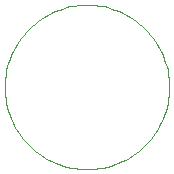
<source format=gbr>
G04 #@! TF.GenerationSoftware,KiCad,Pcbnew,5.1.5+dfsg1-2build2*
G04 #@! TF.CreationDate,2021-04-24T09:39:41-04:00*
G04 #@! TF.ProjectId,11,31312e6b-6963-4616-945f-706362585858,rev?*
G04 #@! TF.SameCoordinates,Original*
G04 #@! TF.FileFunction,Profile,NP*
%FSLAX46Y46*%
G04 Gerber Fmt 4.6, Leading zero omitted, Abs format (unit mm)*
G04 Created by KiCad (PCBNEW 5.1.5+dfsg1-2build2) date 2021-04-24 09:39:41*
%MOMM*%
%LPD*%
G04 APERTURE LIST*
%ADD10C,0.100000*%
G04 APERTURE END LIST*
D10*
X5911300Y1049800D02*
X5902800Y704600D01*
X5902800Y704600D02*
X5877400Y361800D01*
X5877400Y361800D02*
X5835100Y21900D01*
X5835100Y21900D02*
X5776400Y-314700D01*
X5776400Y-314700D02*
X5701400Y-647000D01*
X5701400Y-647000D02*
X5610500Y-974800D01*
X5610500Y-974800D02*
X5503700Y-1297400D01*
X5503700Y-1297400D02*
X5381400Y-1614200D01*
X5381400Y-1614200D02*
X5243900Y-1924700D01*
X5243900Y-1924700D02*
X5091300Y-2228200D01*
X5091300Y-2228200D02*
X4923900Y-2524300D01*
X4923900Y-2524300D02*
X4741800Y-2812300D01*
X4741800Y-2812300D02*
X4545400Y-3091800D01*
X4545400Y-3091800D02*
X4334900Y-3362000D01*
X4334900Y-3362000D02*
X4110500Y-3622500D01*
X4110500Y-3622500D02*
X3872500Y-3872600D01*
X3872500Y-3872600D02*
X3622300Y-4110700D01*
X3622300Y-4110700D02*
X3361900Y-4335000D01*
X3361900Y-4335000D02*
X3091600Y-4545500D01*
X3091600Y-4545500D02*
X2812200Y-4742000D01*
X2812200Y-4742000D02*
X2524100Y-4924000D01*
X2524100Y-4924000D02*
X2228000Y-5091500D01*
X2228000Y-5091500D02*
X1924500Y-5244100D01*
X1924500Y-5244100D02*
X1614000Y-5381600D01*
X1614000Y-5381600D02*
X1297300Y-5503900D01*
X1297300Y-5503900D02*
X974600Y-5610700D01*
X974600Y-5610700D02*
X646900Y-5701600D01*
X646900Y-5701600D02*
X314500Y-5776600D01*
X314500Y-5776600D02*
X-22000Y-5835300D01*
X-22000Y-5835300D02*
X-362000Y-5877500D01*
X-362000Y-5877500D02*
X-704700Y-5903000D01*
X-704700Y-5903000D02*
X-1050000Y-5911500D01*
X-1050000Y-5911500D02*
X-1395200Y-5903000D01*
X-1395200Y-5903000D02*
X-1738000Y-5877500D01*
X-1738000Y-5877500D02*
X-2078000Y-5835300D01*
X-2078000Y-5835300D02*
X-2414400Y-5776600D01*
X-2414400Y-5776600D02*
X-2746800Y-5701600D01*
X-2746800Y-5701600D02*
X-3074600Y-5610700D01*
X-3074600Y-5610700D02*
X-3397200Y-5503900D01*
X-3397200Y-5503900D02*
X-3714000Y-5381600D01*
X-3714000Y-5381600D02*
X-4024400Y-5244100D01*
X-4024400Y-5244100D02*
X-4328000Y-5091500D01*
X-4328000Y-5091500D02*
X-4624100Y-4924000D01*
X-4624100Y-4924000D02*
X-4912200Y-4742000D01*
X-4912200Y-4742000D02*
X-5191500Y-4545500D01*
X-5191500Y-4545500D02*
X-5461800Y-4335000D01*
X-5461800Y-4335000D02*
X-5722200Y-4110700D01*
X-5722200Y-4110700D02*
X-5972400Y-3872600D01*
X-5972400Y-3872600D02*
X-6210400Y-3622500D01*
X-6210400Y-3622500D02*
X-6434900Y-3362000D01*
X-6434900Y-3362000D02*
X-6645300Y-3091800D01*
X-6645300Y-3091800D02*
X-6841700Y-2812300D01*
X-6841700Y-2812300D02*
X-7023800Y-2524300D01*
X-7023800Y-2524300D02*
X-7191200Y-2228200D01*
X-7191200Y-2228200D02*
X-7343800Y-1924700D01*
X-7343800Y-1924700D02*
X-7481400Y-1614200D01*
X-7481400Y-1614200D02*
X-7603600Y-1297400D01*
X-7603600Y-1297400D02*
X-7710400Y-974800D01*
X-7710400Y-974800D02*
X-7801400Y-647000D01*
X-7801400Y-647000D02*
X-7876300Y-314700D01*
X-7876300Y-314700D02*
X-7935000Y21900D01*
X-7935000Y21900D02*
X-7977300Y361800D01*
X-7977300Y361800D02*
X-8002800Y704600D01*
X-8002800Y704600D02*
X-8011300Y1049800D01*
X-8011300Y1049800D02*
X-8002300Y1408000D01*
X-8002300Y1408000D02*
X-7975400Y1761500D01*
X-7975400Y1761500D02*
X-7931200Y2110000D01*
X-7931200Y2110000D02*
X-7869900Y2452700D01*
X-7869900Y2452700D02*
X-7792200Y2789500D01*
X-7792200Y2789500D02*
X-7698400Y3119900D01*
X-7698400Y3119900D02*
X-7589000Y3443400D01*
X-7589000Y3443400D02*
X-7464300Y3759400D01*
X-7464300Y3759400D02*
X-7324900Y4067900D01*
X-7324900Y4067900D02*
X-7171100Y4368000D01*
X-7171100Y4368000D02*
X-7003500Y4659500D01*
X-7003500Y4659500D02*
X-6822400Y4942000D01*
X-6822400Y4942000D02*
X-6628400Y5214900D01*
X-6628400Y5214900D02*
X-6421700Y5477900D01*
X-6421700Y5477900D02*
X-6202900Y5730500D01*
X-6202900Y5730500D02*
X-5972400Y5972200D01*
X-5972400Y5972200D02*
X-5730600Y6202700D01*
X-5730600Y6202700D02*
X-5478100Y6421500D01*
X-5478100Y6421500D02*
X-5215000Y6628100D01*
X-5215000Y6628100D02*
X-4942200Y6822200D01*
X-4942200Y6822200D02*
X-4659700Y7003400D01*
X-4659700Y7003400D02*
X-4368200Y7170900D01*
X-4368200Y7170900D02*
X-4068000Y7324700D01*
X-4068000Y7324700D02*
X-3759700Y7464100D01*
X-3759700Y7464100D02*
X-3443600Y7588800D01*
X-3443600Y7588800D02*
X-3120100Y7698100D01*
X-3120100Y7698100D02*
X-2789700Y7792000D01*
X-2789700Y7792000D02*
X-2453000Y7869700D01*
X-2453000Y7869700D02*
X-2110200Y7930900D01*
X-2110200Y7930900D02*
X-1761700Y7975200D01*
X-1761700Y7975200D02*
X-1408300Y8002100D01*
X-1408300Y8002100D02*
X-1050000Y8011100D01*
X-1050000Y8011100D02*
X-691700Y8002100D01*
X-691700Y8002100D02*
X-338300Y7975200D01*
X-338300Y7975200D02*
X10200Y7930900D01*
X10200Y7930900D02*
X353000Y7869700D01*
X353000Y7869700D02*
X689800Y7792000D01*
X689800Y7792000D02*
X1020100Y7698100D01*
X1020100Y7698100D02*
X1343600Y7588800D01*
X1343600Y7588800D02*
X1659700Y7464100D01*
X1659700Y7464100D02*
X1968000Y7324700D01*
X1968000Y7324700D02*
X2268200Y7170900D01*
X2268200Y7170900D02*
X2559800Y7003400D01*
X2559800Y7003400D02*
X2842200Y6822200D01*
X2842200Y6822200D02*
X3115100Y6628100D01*
X3115100Y6628100D02*
X3378100Y6421500D01*
X3378100Y6421500D02*
X3630600Y6202700D01*
X3630600Y6202700D02*
X3872500Y5972200D01*
X3872500Y5972200D02*
X4102900Y5730500D01*
X4102900Y5730500D02*
X4321800Y5477900D01*
X4321800Y5477900D02*
X4528400Y5214900D01*
X4528400Y5214900D02*
X4722500Y4942000D01*
X4722500Y4942000D02*
X4903500Y4659500D01*
X4903500Y4659500D02*
X5071200Y4368000D01*
X5071200Y4368000D02*
X5224900Y4067900D01*
X5224900Y4067900D02*
X5364300Y3759400D01*
X5364300Y3759400D02*
X5489000Y3443400D01*
X5489000Y3443400D02*
X5598400Y3119900D01*
X5598400Y3119900D02*
X5692200Y2789500D01*
X5692200Y2789500D02*
X5769900Y2452700D01*
X5769900Y2452700D02*
X5831200Y2110000D01*
X5831200Y2110000D02*
X5875400Y1761500D01*
X5875400Y1761500D02*
X5902300Y1408000D01*
X5902300Y1408000D02*
X5911300Y1049800D01*
X5911300Y1049800D02*
X5911300Y1049800D01*
X5911300Y1049800D02*
X5911300Y1049800D01*
M02*

</source>
